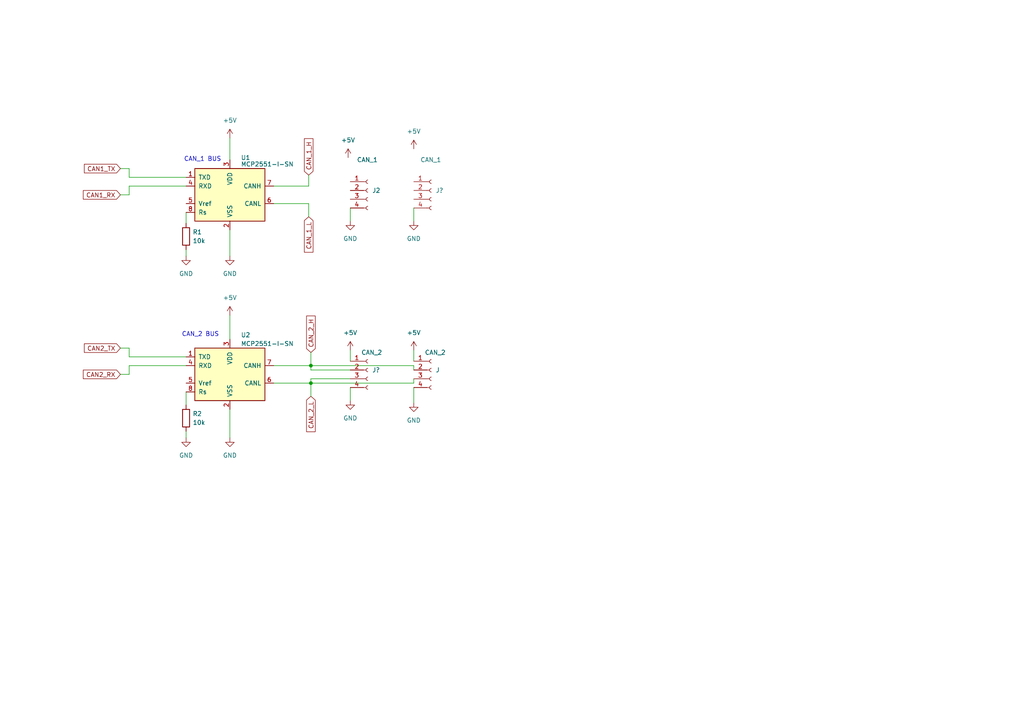
<source format=kicad_sch>
(kicad_sch (version 20211123) (generator eeschema)
  (paper "A4")
  (lib_symbols
    (symbol "Connector:Conn_01x04_Female" (pin_names (offset 1.016) hide)
      (property "Reference" "J" (at 0 5.08 0))
      (property "Value" "Conn_01x04_Female" (at 0 -7.62 0))
      (symbol "Conn_01x04_Female_1_1"
        (arc (start 0 -4.572) (mid -0.508 -5.08) (end 0 -5.588) (stroke (width 0.1524)))
        (arc (start 0 -2.032) (mid -0.508 -2.54) (end 0 -3.048) (stroke (width 0.1524)))
        (polyline (pts (xy -1.27 -5.08) (xy -0.508 -5.08)) (stroke (width 0.1524)))
        (polyline (pts (xy -1.27 -2.54) (xy -0.508 -2.54)) (stroke (width 0.1524)))
        (polyline (pts (xy -1.27 0) (xy -0.508 0)) (stroke (width 0.1524)))
        (polyline (pts (xy -1.27 2.54) (xy -0.508 2.54)) (stroke (width 0.1524)))
        (arc (start 0 0.508) (mid -0.508 0) (end 0 -0.508) (stroke (width 0.1524)))
        (arc (start 0 3.048) (mid -0.508 2.54) (end 0 2.032) (stroke (width 0.1524)))
        (pin passive line (at -5.08 2.54 0) (length 3.81) (name "Pin_1") (number "1"))
        (pin passive line (at -5.08 0 0) (length 3.81) (name "Pin_2") (number "2"))
        (pin passive line (at -5.08 -2.54 0) (length 3.81) (name "Pin_3") (number "3"))
        (pin passive line (at -5.08 -5.08 0) (length 3.81) (name "Pin_4") (number "4"))
      )
    )
    (symbol "Device:R" (pin_numbers hide) (pin_names (offset 0))
      (property "Reference" "R" (at 2.032 0 90))
      (property "Value" "R" (at 0 0 90))
      (symbol "R_0_1"
        (rectangle (start -1.016 -2.54) (end 1.016 2.54) (stroke (width 0.254)))
      )
      (symbol "R_1_1"
        (pin passive line (at 0 3.81 270) (length 1.27) (name "~") (number "1"))
        (pin passive line (at 0 -3.81 90) (length 1.27) (name "~") (number "2"))
      )
    )
    (symbol "Interface_CAN_LIN:MCP2551-I-SN" (pin_names (offset 1.016))
      (property "Reference" "U" (at -10.16 8.89 0))
      (property "Value" "MCP2551-I-SN" (at 2.54 8.89 0))
      (symbol "MCP2551-I-SN_0_1"
        (rectangle (start -10.16 7.62) (end 10.16 -7.62) (stroke (width 0.254)) (fill (type background)))
      )
      (symbol "MCP2551-I-SN_1_1"
        (pin input line (at -12.7 5.08 0) (length 2.54) (name "TXD") (number "1"))
        (pin power_in line (at 0 -10.16 90) (length 2.54) (name "VSS") (number "2"))
        (pin power_in line (at 0 10.16 270) (length 2.54) (name "VDD") (number "3"))
        (pin output line (at -12.7 2.54 0) (length 2.54) (name "RXD") (number "4"))
        (pin power_out line (at -12.7 -2.54 0) (length 2.54) (name "Vref") (number "5"))
        (pin bidirectional line (at 12.7 -2.54 180) (length 2.54) (name "CANL") (number "6"))
        (pin bidirectional line (at 12.7 2.54 180) (length 2.54) (name "CANH") (number "7"))
        (pin input line (at -12.7 -5.08 0) (length 2.54) (name "Rs") (number "8"))
      )
    )
    (symbol "power:+5V" (power) (pin_names (offset 0))
      (property "Value" "+5V" (at 0 3.556 0))
      (symbol "+5V_0_1"
        (polyline (pts (xy -0.762 1.27) (xy 0 2.54)))
        (polyline (pts (xy 0 0) (xy 0 2.54)))
        (polyline (pts (xy 0 2.54) (xy 0.762 1.27)))
      )
      (symbol "+5V_1_1"
        (pin power_in line (at 0 0 90) (length 0) hide (name "+5V") (number "1"))
      )
    )
    (symbol "power:GND" (power) (pin_names (offset 0))
      (property "Value" "GND" (at 0 -3.81 0))
      (symbol "GND_0_1"
        (polyline (pts (xy 0 0) (xy 0 -1.27) (xy 1.27 -1.27) (xy 0 -2.54) (xy -1.27 -1.27) (xy 0 -1.27)))
      )
      (symbol "GND_1_1"
        (pin power_in line (at 0 0 270) (length 0) hide (name "GND") (number "1"))
      )
    )
  )
  (junction (at 90.17 106.045))
  (junction (at 90.17 111.125))
  (wire (pts (xy 53.975 106.045) (xy 37.465 106.045)))
  (wire (pts (xy 120.015 101.6) (xy 120.015 104.775)))
  (wire (pts (xy 90.17 111.125) (xy 120.015 111.125)))
  (wire (pts (xy 120.015 107.315) (xy 120.015 106.045)))
  (wire (pts (xy 53.975 103.505) (xy 37.465 103.505)))
  (wire (pts (xy 66.675 66.675) (xy 66.675 74.295)))
  (wire (pts (xy 90.17 109.855) (xy 90.17 111.125)))
  (wire (pts (xy 89.535 59.055) (xy 89.535 62.865)))
  (wire (pts (xy 66.675 91.44) (xy 66.675 98.425)))
  (wire (pts (xy 120.015 60.325) (xy 120.015 64.135)))
  (wire (pts (xy 34.925 56.515) (xy 37.465 56.515)))
  (wire (pts (xy 66.675 118.745) (xy 66.675 127)))
  (wire (pts (xy 37.465 103.505) (xy 37.465 100.965)))
  (wire (pts (xy 37.465 53.975) (xy 53.975 53.975)))
  (wire (pts (xy 90.17 102.235) (xy 90.17 106.045)))
  (wire (pts (xy 66.675 40.005) (xy 66.675 46.355)))
  (wire (pts (xy 101.6 112.395) (xy 101.6 116.205)))
  (wire (pts (xy 53.975 72.39) (xy 53.975 74.295)))
  (wire (pts (xy 79.375 53.975) (xy 89.535 53.975)))
  (wire (pts (xy 37.465 48.895) (xy 37.465 51.435)))
  (wire (pts (xy 34.925 108.585) (xy 37.465 108.585)))
  (wire (pts (xy 53.975 113.665) (xy 53.975 117.475)))
  (wire (pts (xy 101.6 109.855) (xy 90.17 109.855)))
  (wire (pts (xy 101.6 107.315) (xy 90.17 107.315)))
  (wire (pts (xy 79.375 106.045) (xy 90.17 106.045)))
  (wire (pts (xy 34.925 100.965) (xy 37.465 100.965)))
  (wire (pts (xy 53.975 61.595) (xy 53.975 64.77)))
  (wire (pts (xy 101.6 101.6) (xy 101.6 104.775)))
  (wire (pts (xy 120.015 112.395) (xy 120.015 116.84)))
  (wire (pts (xy 90.17 106.045) (xy 90.17 107.315)))
  (wire (pts (xy 79.375 111.125) (xy 90.17 111.125)))
  (wire (pts (xy 89.535 50.8) (xy 89.535 53.975)))
  (wire (pts (xy 120.015 109.855) (xy 120.015 111.125)))
  (wire (pts (xy 90.17 106.045) (xy 120.015 106.045)))
  (wire (pts (xy 37.465 56.515) (xy 37.465 53.975)))
  (wire (pts (xy 34.925 48.895) (xy 37.465 48.895)))
  (wire (pts (xy 90.17 111.125) (xy 90.17 114.935)))
  (wire (pts (xy 37.465 51.435) (xy 53.975 51.435)))
  (wire (pts (xy 53.975 125.095) (xy 53.975 127)))
  (wire (pts (xy 101.6 60.325) (xy 101.6 64.135)))
  (wire (pts (xy 37.465 106.045) (xy 37.465 108.585)))
  (wire (pts (xy 79.375 59.055) (xy 89.535 59.055)))
  (text "CAN_1 BUS" (at 53.34 46.99 0) (effects (font (size 1.27 1.27)) (justify left bottom)))
  (text "CAN_2 BUS" (at 52.705 97.79 0) (effects (font (size 1.27 1.27)) (justify left bottom)))
  (global_label "CAN_2_L" (shape input) (at 90.17 114.935 270) (property "Intersheet References" "${INTERSHEET_REFS}" (effects hide)))
  (global_label "CAN1_TX" (shape input) (at 34.925 48.895 180) (property "Intersheet References" "${INTERSHEET_REFS}" (effects hide)))
  (global_label "CAN_1_H" (shape input) (at 89.535 50.8 90) (property "Intersheet References" "${INTERSHEET_REFS}" (effects hide)))
  (global_label "CAN_1_L" (shape input) (at 89.535 62.865 270) (property "Intersheet References" "${INTERSHEET_REFS}" (effects hide)))
  (global_label "CAN1_RX" (shape input) (at 34.925 56.515 180) (property "Intersheet References" "${INTERSHEET_REFS}" (effects hide)))
  (global_label "CAN_2_H" (shape input) (at 90.17 102.235 90) (property "Intersheet References" "${INTERSHEET_REFS}" (effects hide)))
  (global_label "CAN2_TX" (shape input) (at 34.925 100.965 180) (property "Intersheet References" "${INTERSHEET_REFS}" (effects hide)))
  (global_label "CAN2_RX" (shape input) (at 34.925 108.585 180) (property "Intersheet References" "${INTERSHEET_REFS}" (effects hide)))
  (symbol (lib_id "Device:R") (at 53.975 68.58 0) (unit 1)
    (property "Reference" "R1" (at 55.88 67.3099 0) (effects (justify left)))
    (property "Value" "10k" (at 55.88 69.8499 0) (effects (justify left)))
  )
  (symbol (lib_id "power:GND") (at 120.015 64.135 0) (unit 1)
    (property "Reference" "#PWR07" (effects hide))
    (property "Value" "GND" (at 120.015 69.215 0))
  )
  (symbol (lib_id "power:GND") (at 53.975 74.295 0) (unit 1)
    (property "Reference" "#PWR01" (effects hide))
    (property "Value" "GND" (at 53.975 79.375 0))
  )
  (symbol (lib_id "power:+5V") (at 66.675 91.44 0) (unit 1)
    (property "Reference" "#PWR013" (effects hide))
    (property "Value" "+5V" (at 66.675 86.36 0))
  )
  (symbol (lib_id "Device:R") (at 53.975 121.285 0) (unit 1)
    (property "Reference" "R2" (at 55.88 120.0149 0) (effects (justify left)))
    (property "Value" "10k" (at 55.88 122.5549 0) (effects (justify left)))
  )
  (symbol (lib_id "power:GND") (at 66.675 74.295 0) (unit 1)
    (property "Reference" "#PWR03" (effects hide))
    (property "Value" "GND" (at 66.675 79.375 0))
  )
  (symbol (lib_id "Connector:Conn_01x04_Female") (at 125.095 55.245 0) (unit 1)
    (property "Reference" "J?" (at 126.365 55.2449 0) (effects (justify left)))
    (property "Value" "CAN_1" (at 121.92 46.355 0) (effects (justify left)))
    (property "Footprint" "Connector_JST:JST_EH_B3B-EH-A_1x04_P2.50mm_Vertical" (effects hide))
  )
  (symbol (lib_id "Interface_CAN_LIN:MCP2551-I-SN") (at 66.675 56.515 0) (unit 1)
    (property "Reference" "U1" (at 69.85 45.72 0) (effects (justify left)))
    (property "Value" "MCP2551-I-SN" (at 69.85 47.625 0) (effects (justify left)))
    (property "Footprint" "Package_SO:SOIC-8_3.9x4.9mm_P1.27mm" (effects hide))
    (property "Datasheet" "http://ww1.microchip.com/downloads/en/devicedoc/21667d.pdf" (effects hide))
  )
  (symbol (lib_id "Connector:Conn_01x04_Female") (at 106.68 107.315 0) (unit 1)
    (property "Reference" "J?" (at 107.95 107.3149 0) (effects (justify left)))
    (property "Value" "CAN_2" (at 104.775 102.235 0) (effects (justify left)))
    (property "Footprint" "Connector_JST:JST_EH_B3B-EH-A_1x04_P2.50mm_Vertical" (effects hide))
  )
  (symbol (lib_id "power:GND") (at 120.015 116.84 0) (unit 1)
    (property "Reference" "#PWR08" (effects hide))
    (property "Value" "GND" (at 120.015 121.92 0))
  )
  (symbol (lib_id "Interface_CAN_LIN:MCP2551-I-SN") (at 66.675 108.585 0) (unit 1)
    (property "Reference" "U2" (at 69.85 97.155 0) (effects (justify left)))
    (property "Value" "MCP2551-I-SN" (at 69.85 99.695 0) (effects (justify left)))
    (property "Footprint" "Package_SO:SOIC-8_3.9x4.9mm_P1.27mm" (effects hide))
    (property "Datasheet" "http://ww1.microchip.com/downloads/en/devicedoc/21667d.pdf" (effects hide))
  )
  (symbol (lib_id "power:GND") (at 53.975 127 0) (unit 1)
    (property "Reference" "#PWR02" (effects hide))
    (property "Value" "GND" (at 53.975 132.08 0))
  )
  (symbol (lib_id "power:GND") (at 101.6 64.135 0) (unit 1)
    (property "Reference" "#PWR05" (effects hide))
    (property "Value" "GND" (at 101.6 69.215 0))
  )
  (symbol (lib_id "power:+5V") (at 120.015 43.18 0) (unit 1)
    (property "Reference" "#PWR?" (effects hide))
    (property "Value" "+5V" (at 120.015 38.1 0))
  )
  (symbol (lib_id "power:+5V") (at 100.965 45.72 0) (unit 1)
    (property "Reference" "#PWR?" (effects hide))
    (property "Value" "+5V" (at 100.965 40.64 0))
  )
  (symbol (lib_id "power:GND") (at 66.675 127 0) (unit 1)
    (property "Reference" "#PWR04" (effects hide))
    (property "Value" "GND" (at 66.675 132.08 0))
  )
  (symbol (lib_id "power:+5V") (at 120.015 101.6 0) (unit 1)
    (property "Reference" "#PWR?" (effects hide))
    (property "Value" "+5V" (at 120.015 96.52 0))
  )
  (symbol (lib_id "power:+5V") (at 66.675 40.005 0) (unit 1)
    (property "Reference" "#PWR012" (effects hide))
    (property "Value" "+5V" (at 66.675 34.925 0))
  )
  (symbol (lib_id "power:GND") (at 101.6 116.205 0) (unit 1)
    (property "Reference" "#PWR06" (effects hide))
    (property "Value" "GND" (at 101.6 121.285 0))
  )
  (symbol (lib_id "Connector:Conn_01x04_Female") (at 125.095 107.315 0) (unit 1)
    (property "Reference" "J" (at 126.365 107.3149 0) (effects (justify left)))
    (property "Value" "CAN_2" (at 123.19 102.235 0) (effects (justify left)))
    (property "Footprint" "Connector_JST:JST_EH_B3B-EH-A_1x04_P2.50mm_Vertical" (effects hide))
  )
  (symbol (lib_id "Connector:Conn_01x04_Female") (at 106.68 55.245 0) (unit 1)
    (property "Reference" "J2" (at 107.95 55.2449 0) (effects (justify left)))
    (property "Value" "CAN_1" (at 103.505 46.355 0) (effects (justify left)))
    (property "Footprint" "Connector_JST:JST_EH_B3B-EH-A_1x04_P2.50mm_Vertical" (effects hide))
  )
  (symbol (lib_id "power:+5V") (at 101.6 101.6 0) (unit 1)
    (property "Reference" "#PWR?" (effects hide))
    (property "Value" "+5V" (at 101.6 96.52 0))
  )
)
</source>
